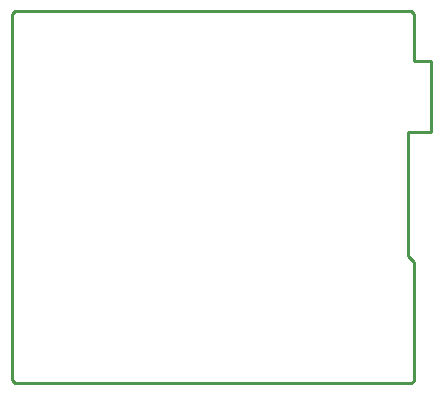
<source format=gko>
G04 Layer: BoardOutline*
G04 EasyEDA v6.4.25, 2021-11-23T22:35:47+08:00*
G04 b1e9ac58b82e44e2a900f0cbd8408905,45ba98ba689c459a8d72e4540021d05b,10*
G04 Gerber Generator version 0.2*
G04 Scale: 100 percent, Rotated: No, Reflected: No *
G04 Dimensions in millimeters *
G04 leading zeros omitted , absolute positions ,4 integer and 5 decimal *
%FSLAX45Y45*%
%MOMM*%

%ADD10C,0.2540*%
D10*
X25400Y-1574800D02*
G01*
X380Y-1549781D01*
X-10Y-1549989D02*
G01*
X-10Y1550004D01*
X25008Y1574998D01*
X3374989Y1574998D01*
X3400008Y1550004D01*
X3400008Y1150005D01*
X3549995Y1150005D01*
X3549995Y550006D01*
X3349995Y550006D01*
X3349995Y-500004D01*
X3400008Y-549991D01*
X3400008Y-1552986D01*
X3377986Y-1575008D01*
X25008Y-1575008D01*

%LPD*%
M02*

</source>
